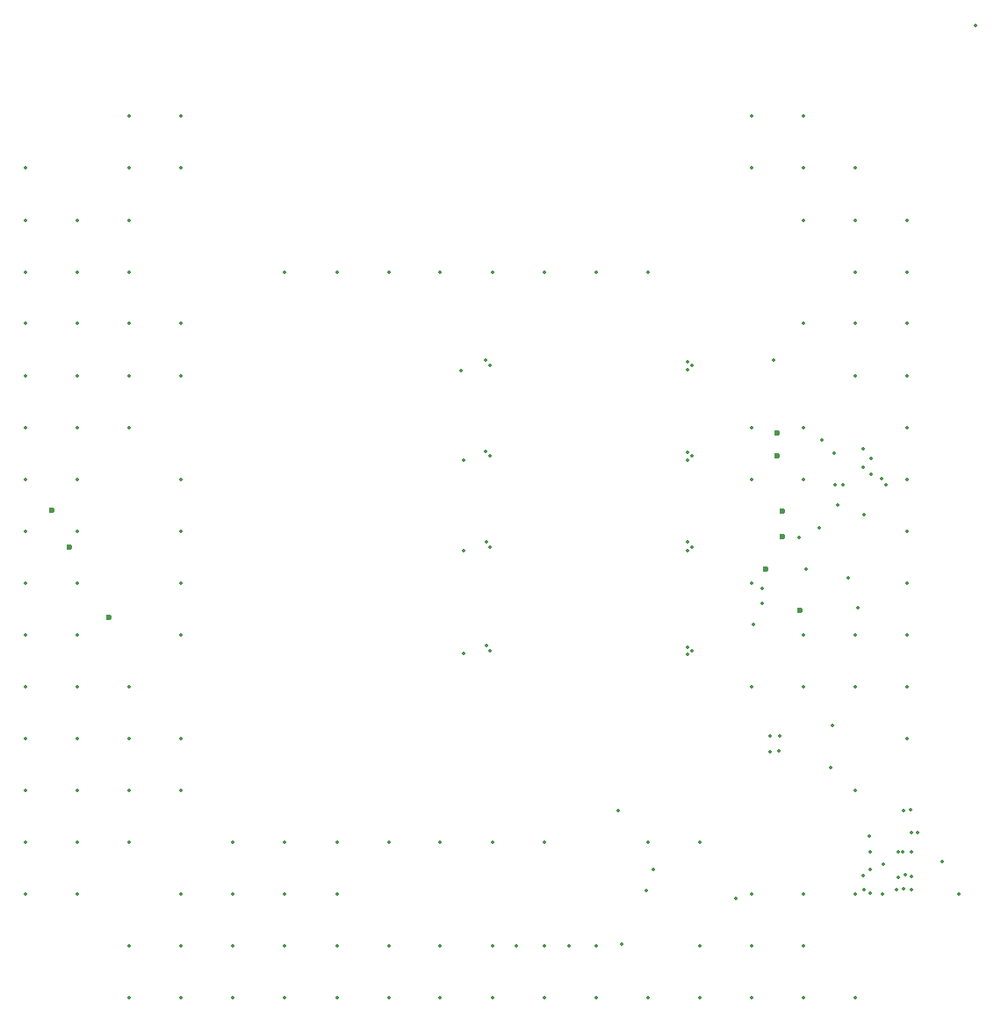
<source format=gbr>
%FSLAX23Y23*%
%MOIN*%
%SFA1B1*%

%IPPOS*%
%ADD90C,0.013780*%
%ADD91C,0.023620*%
%LNmirror_pcb1_bottom_tenting-1*%
%LPD*%
G54D90*
X3129Y2125D03*
X3143Y1929D03*
X3071Y1844D03*
X2854Y1555D03*
X3267Y2106D03*
Y2047D03*
X2570Y2444D03*
X2571Y1362D03*
X1823Y1377D03*
X2570Y2100D03*
Y2129D03*
X3082Y2175D03*
X1822Y2116D03*
X1806Y2134D03*
X1807Y1789D03*
Y1396D03*
X2570Y2473D03*
X1806Y2478D03*
X1822Y2460D03*
X3160Y2007D03*
X3326D03*
X3130D03*
X3307Y2029D03*
X1720Y1366D03*
Y2100D03*
X1712Y2440D03*
X2886Y1054D03*
Y992D03*
X2920Y1054D03*
X2919Y995D03*
X3115Y933D03*
X3123Y1094D03*
X3183Y1654D03*
X3218Y1538D03*
X2571Y1390D03*
X2755Y435D03*
X2415Y467D03*
X2442Y546D03*
X2587Y1377D03*
X2587Y2116D03*
X2308Y771D03*
X1720Y1755D03*
X3665Y3748D03*
X3239Y523D03*
X3240Y470D03*
X3263Y672D03*
X3265Y613D03*
Y545D03*
X3264Y455D03*
X3444Y687D03*
X3421Y687D03*
Y613D03*
X3421Y520D03*
X3421Y470D03*
X3390Y770D03*
X3372Y614D03*
Y517D03*
X3419Y773D03*
X3389Y612D03*
X3397Y526D03*
X3393Y474D03*
X3366Y471D03*
X3539Y577D03*
X3316Y567D03*
X3020Y1687D03*
X2822Y1476D03*
X2994Y1807D03*
X2897Y2478D03*
X3310Y454D03*
X2320Y262D03*
X1920Y255D03*
X2120D03*
X2224D03*
X3242Y1893D03*
X3238Y2072D03*
Y2143D03*
X2571Y1755D03*
X2854Y1614D03*
X2587Y2460D03*
X59Y2224D03*
X1437Y2814D03*
X3208Y3208D03*
X2814D03*
X2224Y2814D03*
X1240Y452D03*
X649Y3208D03*
X255Y846D03*
X59D03*
X2814Y1633D03*
X649D03*
X452Y3011D03*
X3405Y2618D03*
X2814Y2224D03*
X2027Y649D03*
X3602Y452D03*
X649Y255D03*
X3011Y3405D03*
X1043Y59D03*
X59Y3011D03*
X255D03*
X2814Y255D03*
X2421Y649D03*
X452Y255D03*
X3011D03*
X3208Y59D03*
X452D03*
X1633Y649D03*
X452Y3405D03*
X846Y255D03*
X255Y2224D03*
X1043Y255D03*
X1633D03*
X3011Y2027D03*
X59Y2814D03*
X3405Y1633D03*
X255Y1437D03*
X3208Y2814D03*
X59Y3208D03*
X2027Y255D03*
X1830Y59D03*
X255Y1043D03*
X59Y1830D03*
X255Y452D03*
X3208Y2618D03*
X2814Y3405D03*
X452Y649D03*
X649Y2618D03*
X255D03*
X2027Y2814D03*
X2814Y1240D03*
X452Y2421D03*
Y3208D03*
Y846D03*
Y1240D03*
X3011Y59D03*
X452Y2224D03*
X3011D03*
X2421Y59D03*
X1633Y2814D03*
X1043Y649D03*
X3208Y452D03*
X59Y649D03*
X649Y2421D03*
X1240Y59D03*
X3208Y3011D03*
X3011Y3208D03*
X59Y1633D03*
X452Y2814D03*
Y2618D03*
X1043Y2814D03*
X2814Y2027D03*
X1437Y649D03*
X2618D03*
Y59D03*
X1437D03*
X255Y649D03*
X3011Y3011D03*
X2421Y2814D03*
X1633Y59D03*
X649Y1830D03*
X846Y649D03*
X255Y2421D03*
X3011Y1240D03*
X59Y1043D03*
Y2421D03*
X649Y3405D03*
X3405Y2421D03*
X649Y1043D03*
X59Y1437D03*
X1240Y2814D03*
X2618Y255D03*
X3405Y2027D03*
X1240Y649D03*
X3405Y2224D03*
X255Y2814D03*
X452Y1043D03*
X3405Y1830D03*
X255Y2027D03*
X649D03*
X3405Y2814D03*
X3011Y1437D03*
X2224Y59D03*
X3208Y1437D03*
X3011Y2618D03*
X1043Y452D03*
X59Y2027D03*
Y452D03*
X1437Y255D03*
X255Y1240D03*
X649Y59D03*
X255Y1633D03*
X846Y59D03*
X649Y846D03*
X3208D03*
X1240Y255D03*
X3405Y1043D03*
Y1437D03*
X3011Y452D03*
X255Y1830D03*
X1830Y255D03*
Y649D03*
X59Y2618D03*
X846Y452D03*
X1830Y2814D03*
X649Y452D03*
X3405Y1240D03*
X59D03*
X649Y1437D03*
X3405Y3011D03*
X2814Y452D03*
Y59D03*
X3208Y1240D03*
Y2421D03*
X2027Y59D03*
X1823Y1771D03*
X2587D03*
X2571Y1788D03*
G54D91*
X2933Y1905D03*
Y1810D03*
X2913Y2116D03*
X2998Y1529D03*
X157Y1909D03*
X226Y1771D03*
X374Y1504D03*
X2869Y1685D03*
X2913Y2204D03*
M02*
</source>
